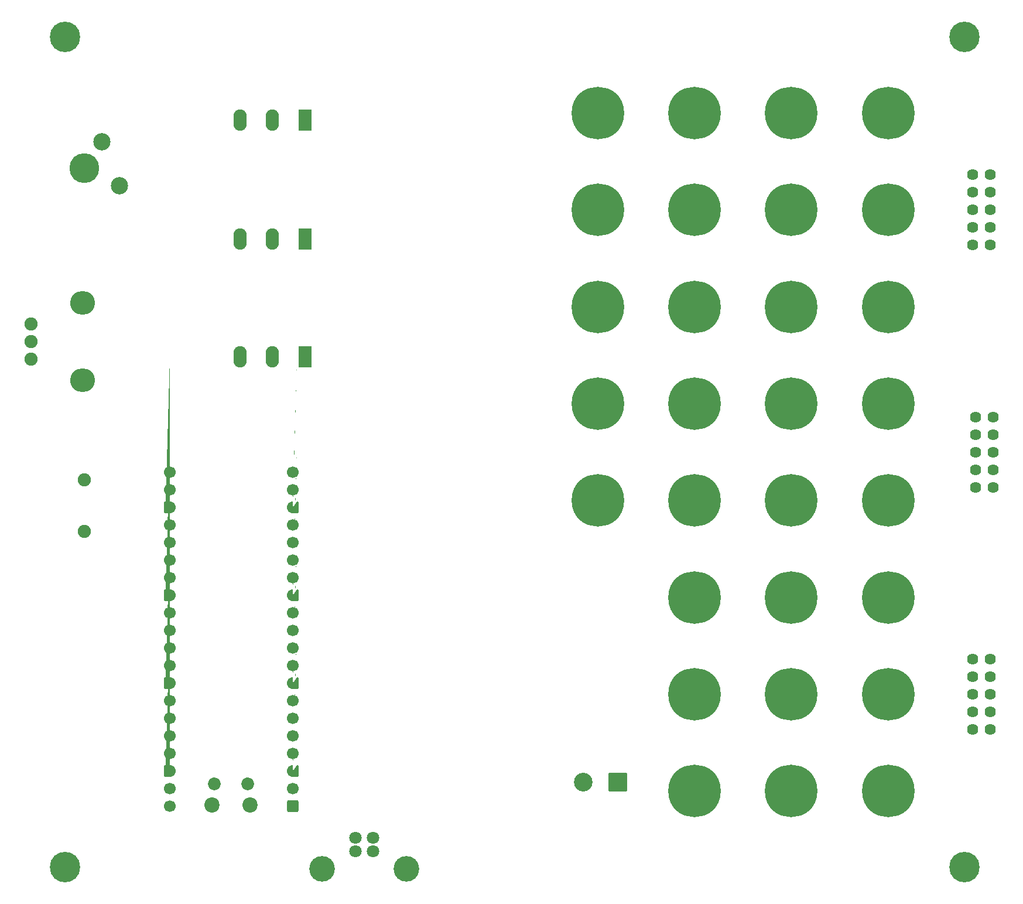
<source format=gbs>
G04 #@! TF.GenerationSoftware,KiCad,Pcbnew,7.0.7*
G04 #@! TF.CreationDate,2023-10-09T21:12:52+02:00*
G04 #@! TF.ProjectId,Kaboom_box_bottom,4b61626f-6f6d-45f6-926f-785f626f7474,rev?*
G04 #@! TF.SameCoordinates,Original*
G04 #@! TF.FileFunction,Soldermask,Bot*
G04 #@! TF.FilePolarity,Negative*
%FSLAX46Y46*%
G04 Gerber Fmt 4.6, Leading zero omitted, Abs format (unit mm)*
G04 Created by KiCad (PCBNEW 7.0.7) date 2023-10-09 21:12:52*
%MOMM*%
%LPD*%
G01*
G04 APERTURE LIST*
G04 Aperture macros list*
%AMRoundRect*
0 Rectangle with rounded corners*
0 $1 Rounding radius*
0 $2 $3 $4 $5 $6 $7 $8 $9 X,Y pos of 4 corners*
0 Add a 4 corners polygon primitive as box body*
4,1,4,$2,$3,$4,$5,$6,$7,$8,$9,$2,$3,0*
0 Add four circle primitives for the rounded corners*
1,1,$1+$1,$2,$3*
1,1,$1+$1,$4,$5*
1,1,$1+$1,$6,$7*
1,1,$1+$1,$8,$9*
0 Add four rect primitives between the rounded corners*
20,1,$1+$1,$2,$3,$4,$5,0*
20,1,$1+$1,$4,$5,$6,$7,0*
20,1,$1+$1,$6,$7,$8,$9,0*
20,1,$1+$1,$8,$9,$2,$3,0*%
%AMFreePoly0*
4,1,51,0.612104,0.844986,0.644504,0.844986,0.666198,0.840034,0.746392,0.801414,0.763789,0.787541,0.819285,0.717952,0.828940,0.697903,0.848746,0.611126,0.850000,0.600000,0.850000,-0.600000,0.848746,-0.611126,0.828940,-0.697903,0.819285,-0.717952,0.763789,-0.787541,0.746392,-0.801414,0.666198,-0.840034,0.644504,-0.844986,0.612104,-0.844986,0.600000,-0.850000,-0.001403,-0.850000,
-0.004204,-0.849843,-0.183615,-0.829628,-0.194531,-0.827136,-0.363621,-0.767969,-0.373709,-0.763111,-0.525394,-0.667801,-0.534147,-0.660820,-0.660820,-0.534147,-0.667801,-0.525394,-0.763111,-0.373709,-0.767969,-0.363621,-0.827136,-0.194531,-0.829628,-0.183615,-0.849686,-0.005598,-0.849686,0.005598,-0.829628,0.183615,-0.827136,0.194531,-0.767969,0.363621,-0.763111,0.373709,-0.667801,0.525394,
-0.660820,0.534147,-0.534147,0.660820,-0.525394,0.667801,-0.373709,0.763111,-0.363621,0.767969,-0.194531,0.827136,-0.183615,0.829628,-0.004204,0.849843,-0.001403,0.850000,0.600000,0.850000,0.612104,0.844986,0.612104,0.844986,$1*%
%AMFreePoly1*
4,1,51,0.004204,0.849843,0.183615,0.829628,0.194531,0.827136,0.363621,0.767969,0.373709,0.763111,0.525394,0.667801,0.534147,0.660820,0.660820,0.534147,0.667801,0.525394,0.763111,0.373709,0.767969,0.363621,0.827136,0.194531,0.829628,0.183615,0.849686,0.005598,0.849686,-0.005598,0.829628,-0.183615,0.827136,-0.194531,0.767969,-0.363621,0.763111,-0.373709,0.667801,-0.525394,
0.660820,-0.534147,0.534147,-0.660820,0.525394,-0.667801,0.373709,-0.763111,0.363621,-0.767969,0.194531,-0.827136,0.183615,-0.829628,0.004204,-0.849843,0.001403,-0.850000,-0.600000,-0.850000,-0.612104,-0.844986,-0.644504,-0.844986,-0.666198,-0.840034,-0.746392,-0.801414,-0.763789,-0.787541,-0.819285,-0.717952,-0.828940,-0.697903,-0.848746,-0.611126,-0.850000,-0.600000,-0.850000,0.600000,
-0.848746,0.611126,-0.828940,0.697903,-0.819285,0.717952,-0.763789,0.787541,-0.746392,0.801414,-0.666198,0.840034,-0.644504,0.844986,-0.612104,0.844986,-0.600000,0.850000,0.001403,0.850000,0.004204,0.849843,0.004204,0.849843,$1*%
G04 Aperture macros list end*
%ADD10C,7.600000*%
%ADD11C,1.624003*%
%ADD12C,1.800000*%
%ADD13C,3.700000*%
%ADD14C,1.900000*%
%ADD15C,2.200000*%
%ADD16C,1.850000*%
%ADD17RoundRect,0.250000X0.600000X0.600000X-0.600000X0.600000X-0.600000X-0.600000X0.600000X-0.600000X0*%
%ADD18C,1.700000*%
%ADD19FreePoly0,180.000000*%
%ADD20FreePoly1,180.000000*%
%ADD21C,4.400000*%
%ADD22C,4.300000*%
%ADD23C,2.500000*%
%ADD24RoundRect,0.050000X0.900000X1.500000X-0.900000X1.500000X-0.900000X-1.500000X0.900000X-1.500000X0*%
%ADD25O,1.900000X3.100000*%
%ADD26O,3.600000X3.400000*%
%ADD27RoundRect,0.050000X1.300000X1.300000X-1.300000X1.300000X-1.300000X-1.300000X1.300000X-1.300000X0*%
%ADD28C,2.700000*%
G04 APERTURE END LIST*
D10*
G04 #@! TO.C,J104*
X204000000Y-65000000D03*
G04 #@! TD*
G04 #@! TO.C,J128*
X176000000Y-135000000D03*
G04 #@! TD*
G04 #@! TO.C,J103*
X190000000Y-65000000D03*
G04 #@! TD*
G04 #@! TO.C,J106*
X190000000Y-51000000D03*
G04 #@! TD*
G04 #@! TO.C,J119*
X176000000Y-79000000D03*
G04 #@! TD*
G04 #@! TO.C,J122*
X162000000Y-51000000D03*
G04 #@! TD*
G04 #@! TO.C,J109*
X204000000Y-93000000D03*
G04 #@! TD*
D11*
G04 #@! TO.C,P104*
X219220003Y-105080010D03*
X216679997Y-105080010D03*
X219220003Y-102540005D03*
X216679997Y-102540005D03*
X219220003Y-100000000D03*
X216679997Y-100000000D03*
X219220003Y-97459995D03*
X216679997Y-97459995D03*
X219220003Y-94919990D03*
X216679997Y-94919990D03*
G04 #@! TD*
D10*
G04 #@! TO.C,J107*
X204000000Y-79000000D03*
G04 #@! TD*
G04 #@! TO.C,J129*
X176000000Y-149000000D03*
G04 #@! TD*
D12*
G04 #@! TO.C,c108*
X129499936Y-155701143D03*
X127000064Y-155701143D03*
X127000064Y-157701143D03*
X129499936Y-157701143D03*
D13*
X122133668Y-160201016D03*
X134366332Y-160201016D03*
G04 #@! TD*
D10*
G04 #@! TO.C,J126*
X162000000Y-107000000D03*
G04 #@! TD*
G04 #@! TO.C,J116*
X190000000Y-149000000D03*
G04 #@! TD*
G04 #@! TO.C,J101*
X204000000Y-51000000D03*
G04 #@! TD*
G04 #@! TO.C,J111*
X204000000Y-107000000D03*
G04 #@! TD*
D14*
G04 #@! TO.C,BUZ101*
X87749999Y-104000064D03*
X87749999Y-111499936D03*
G04 #@! TD*
D10*
G04 #@! TO.C,J102*
X204000000Y-149000000D03*
G04 #@! TD*
G04 #@! TO.C,J124*
X162000000Y-93000000D03*
G04 #@! TD*
G04 #@! TO.C,J117*
X176000000Y-65000000D03*
G04 #@! TD*
D15*
G04 #@! TO.C,U103*
X111725000Y-151000000D03*
D16*
X111425000Y-147970000D03*
X106575000Y-147970000D03*
D15*
X106275000Y-151000000D03*
D17*
X117890000Y-151130000D03*
D18*
X117890000Y-148590000D03*
D19*
X117890000Y-146050000D03*
D18*
X117890000Y-143510000D03*
X117890000Y-140970000D03*
X117890000Y-138430000D03*
X117890000Y-135890000D03*
D19*
X117890000Y-133350000D03*
D18*
X117890000Y-130810000D03*
X117890000Y-128270000D03*
X117890000Y-125730000D03*
X117890000Y-123190000D03*
D19*
X117890000Y-120650000D03*
D18*
X117890000Y-118110000D03*
X117890000Y-115570000D03*
X117890000Y-113030000D03*
X117890000Y-110490000D03*
D19*
X117890000Y-107950000D03*
D18*
X117890000Y-105410000D03*
X117890000Y-102870000D03*
X100110000Y-102870000D03*
X100110000Y-105410000D03*
D20*
X100110000Y-107950000D03*
D18*
X100110000Y-110490000D03*
X100110000Y-113030000D03*
X100110000Y-115570000D03*
X100110000Y-118110000D03*
D20*
X100110000Y-120650000D03*
D18*
X100110000Y-123190000D03*
X100110000Y-125730000D03*
X100110000Y-128270000D03*
X100110000Y-130810000D03*
D20*
X100110000Y-133350000D03*
D18*
X100110000Y-135890000D03*
X100110000Y-138430000D03*
X100110000Y-140970000D03*
X100110000Y-143510000D03*
D20*
X100110000Y-146050000D03*
D18*
X100110000Y-148590000D03*
X100110000Y-151130000D03*
G04 #@! TD*
D21*
G04 #@! TO.C,H101*
X215000000Y-160000000D03*
G04 #@! TD*
D10*
G04 #@! TO.C,J112*
X190000000Y-121000000D03*
G04 #@! TD*
D11*
G04 #@! TO.C,P106*
X218770003Y-140080010D03*
X216229997Y-140080010D03*
X218770003Y-137540005D03*
X216229997Y-137540005D03*
X218770003Y-135000000D03*
X216229997Y-135000000D03*
X218770003Y-132459995D03*
X216229997Y-132459995D03*
X218770003Y-129919990D03*
X216229997Y-129919990D03*
G04 #@! TD*
D10*
G04 #@! TO.C,J123*
X176000000Y-93000000D03*
G04 #@! TD*
G04 #@! TO.C,J114*
X190000000Y-135000000D03*
G04 #@! TD*
G04 #@! TO.C,J105*
X190000000Y-79000000D03*
G04 #@! TD*
D11*
G04 #@! TO.C,P102*
X218770003Y-70080010D03*
X216229997Y-70080010D03*
X218770003Y-67540005D03*
X216229997Y-67540005D03*
X218770003Y-65000000D03*
X216229997Y-65000000D03*
X218770003Y-62459995D03*
X216229997Y-62459995D03*
X218770003Y-59919990D03*
X216229997Y-59919990D03*
G04 #@! TD*
D21*
G04 #@! TO.C,H102*
X85000000Y-40000000D03*
G04 #@! TD*
D10*
G04 #@! TO.C,J118*
X162000000Y-65000000D03*
G04 #@! TD*
G04 #@! TO.C,J120*
X176000000Y-51000000D03*
G04 #@! TD*
G04 #@! TO.C,J115*
X204000000Y-135000000D03*
G04 #@! TD*
D22*
G04 #@! TO.C,KEY101*
X87749999Y-59000000D03*
D23*
X90290004Y-55189993D03*
X92830010Y-61540005D03*
G04 #@! TD*
D21*
G04 #@! TO.C,H104*
X85000000Y-160000000D03*
G04 #@! TD*
D24*
G04 #@! TO.C,U141*
X119700025Y-69250000D03*
D25*
X115000000Y-69250000D03*
X110299975Y-69250000D03*
G04 #@! TD*
D10*
G04 #@! TO.C,J108*
X190000000Y-93000000D03*
G04 #@! TD*
G04 #@! TO.C,J110*
X190000000Y-107000000D03*
G04 #@! TD*
D24*
G04 #@! TO.C,U142*
X119700025Y-86253366D03*
D25*
X115000000Y-86253366D03*
X110299975Y-86253366D03*
G04 #@! TD*
D21*
G04 #@! TO.C,H103*
X215000000Y-40000000D03*
G04 #@! TD*
D24*
G04 #@! TO.C,U140*
X119700025Y-52000000D03*
D25*
X115000000Y-52000000D03*
X110299975Y-52000000D03*
G04 #@! TD*
D14*
G04 #@! TO.C,U102*
X80066382Y-81530105D03*
X80066382Y-86530105D03*
X80066382Y-84029978D03*
D26*
X87566510Y-89629927D03*
X87566510Y-78430029D03*
G04 #@! TD*
D10*
G04 #@! TO.C,J125*
X176000000Y-107000000D03*
G04 #@! TD*
G04 #@! TO.C,J113*
X204000000Y-121000000D03*
G04 #@! TD*
G04 #@! TO.C,J121*
X162000000Y-79000000D03*
G04 #@! TD*
G04 #@! TO.C,J127*
X176000000Y-121000000D03*
G04 #@! TD*
D27*
G04 #@! TO.C,J162*
X164950000Y-147705000D03*
D28*
X159950000Y-147705000D03*
G04 #@! TD*
M02*

</source>
